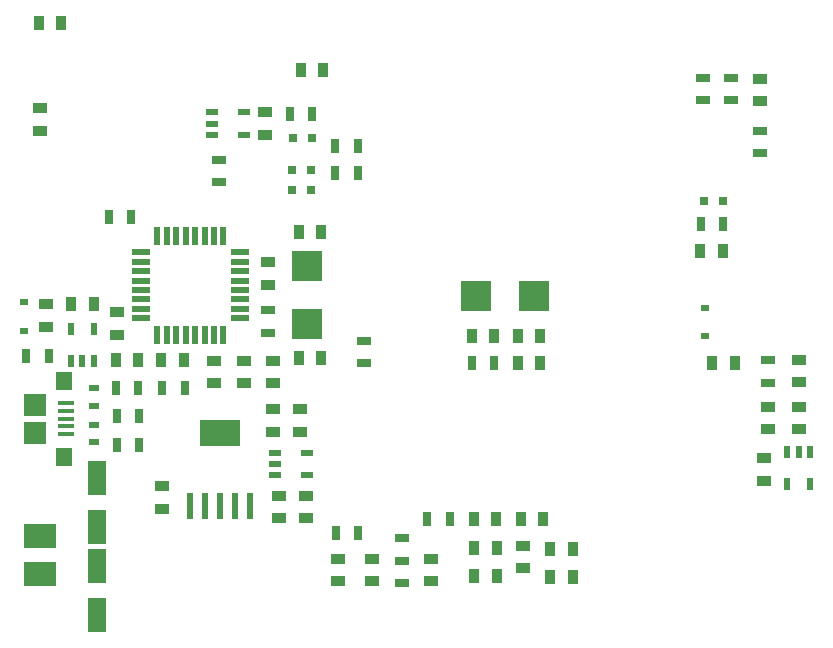
<source format=gtp>
G04*
G04 #@! TF.GenerationSoftware,Altium Limited,Altium Designer,22.5.1 (42)*
G04*
G04 Layer_Color=8421504*
%FSLAX44Y44*%
%MOMM*%
G71*
G04*
G04 #@! TF.SameCoordinates,34FB0FCD-49E4-40E2-9EDC-7902339FC661*
G04*
G04*
G04 #@! TF.FilePolarity,Positive*
G04*
G01*
G75*
%ADD15R,0.6858X0.5588*%
%ADD16R,1.9000X1.9000*%
%ADD17R,1.4000X1.6000*%
%ADD18R,1.3500X0.4000*%
%ADD19R,0.6000X2.2000*%
%ADD20R,3.5000X2.2000*%
%ADD21R,1.3000X0.9000*%
%ADD22R,1.5000X0.5500*%
%ADD23R,0.5500X1.5000*%
%ADD24R,1.0000X0.5500*%
%ADD25R,0.5500X1.0000*%
%ADD26R,2.7000X2.0000*%
%ADD27R,1.6000X3.0000*%
%ADD28R,0.8000X0.8000*%
%ADD29R,1.3000X0.7000*%
%ADD30R,0.7000X1.3000*%
%ADD31R,0.9000X0.6000*%
%ADD32R,2.5000X2.6000*%
%ADD33R,2.6000X2.5000*%
%ADD34R,0.9000X1.3000*%
D15*
X9000Y261616D02*
D03*
Y286000D02*
D03*
X586000Y256808D02*
D03*
Y281192D02*
D03*
D16*
X18250Y175000D02*
D03*
Y199000D02*
D03*
D17*
X42750Y155000D02*
D03*
Y219000D02*
D03*
D18*
X45000Y174000D02*
D03*
Y180500D02*
D03*
Y187000D02*
D03*
Y193500D02*
D03*
Y200000D02*
D03*
D19*
X149600Y113000D02*
D03*
X162300D02*
D03*
X175000D02*
D03*
X187700D02*
D03*
X200400D02*
D03*
D20*
X175000Y175000D02*
D03*
D21*
X275000Y68500D02*
D03*
Y49500D02*
D03*
X170000Y236000D02*
D03*
Y217000D02*
D03*
X215900Y300380D02*
D03*
Y319380D02*
D03*
X195000Y236000D02*
D03*
Y217000D02*
D03*
X220000Y195000D02*
D03*
Y176000D02*
D03*
Y236000D02*
D03*
Y217000D02*
D03*
X23000Y431000D02*
D03*
Y450000D02*
D03*
X632000Y475000D02*
D03*
Y456000D02*
D03*
X126000Y111000D02*
D03*
Y130000D02*
D03*
X225000Y103000D02*
D03*
Y122000D02*
D03*
X304000Y49500D02*
D03*
Y68500D02*
D03*
X354000Y49500D02*
D03*
Y68500D02*
D03*
X213000Y446500D02*
D03*
Y427500D02*
D03*
X636000Y134500D02*
D03*
Y153500D02*
D03*
X243000Y176000D02*
D03*
Y195000D02*
D03*
X639000Y197000D02*
D03*
Y178000D02*
D03*
X248000Y103000D02*
D03*
Y122000D02*
D03*
X432000Y79500D02*
D03*
Y60500D02*
D03*
X88000Y258000D02*
D03*
Y277000D02*
D03*
X665000Y197000D02*
D03*
Y178000D02*
D03*
X28000Y284000D02*
D03*
Y265000D02*
D03*
X665000Y218000D02*
D03*
Y237000D02*
D03*
D22*
X108000Y312000D02*
D03*
Y272000D02*
D03*
Y296000D02*
D03*
Y320000D02*
D03*
Y288000D02*
D03*
Y280000D02*
D03*
Y328000D02*
D03*
Y304000D02*
D03*
X192000Y328000D02*
D03*
Y320000D02*
D03*
Y312000D02*
D03*
Y304000D02*
D03*
Y296000D02*
D03*
Y288000D02*
D03*
Y280000D02*
D03*
Y272000D02*
D03*
D23*
X170000Y258000D02*
D03*
X122000D02*
D03*
X130000Y342000D02*
D03*
X138000Y258000D02*
D03*
X146000D02*
D03*
X162000D02*
D03*
X154000Y342000D02*
D03*
X138000D02*
D03*
X154000Y258000D02*
D03*
X146000Y342000D02*
D03*
X178000Y258000D02*
D03*
X130000D02*
D03*
X122000Y342000D02*
D03*
X170000D02*
D03*
X162000D02*
D03*
X178000D02*
D03*
D24*
X168500Y446500D02*
D03*
Y437000D02*
D03*
Y427500D02*
D03*
X195500Y446500D02*
D03*
Y427500D02*
D03*
X249000Y139000D02*
D03*
Y158000D02*
D03*
X222000Y139000D02*
D03*
Y148500D02*
D03*
Y158000D02*
D03*
D25*
X68000Y263000D02*
D03*
X49000D02*
D03*
X68000Y236000D02*
D03*
X58500D02*
D03*
X49000D02*
D03*
X674500Y158500D02*
D03*
X665000D02*
D03*
X655500D02*
D03*
X674500Y131500D02*
D03*
X655500D02*
D03*
D26*
X23000Y56000D02*
D03*
Y88000D02*
D03*
D27*
X71000Y95500D02*
D03*
Y136500D02*
D03*
Y21000D02*
D03*
Y62000D02*
D03*
D28*
X585000Y371000D02*
D03*
X601000D02*
D03*
X237000Y425000D02*
D03*
X253000D02*
D03*
X236000Y398000D02*
D03*
X252000D02*
D03*
X236000Y381000D02*
D03*
X252000D02*
D03*
D29*
X174000Y387500D02*
D03*
Y406500D02*
D03*
X215900Y259740D02*
D03*
Y278740D02*
D03*
X608000Y456500D02*
D03*
Y475500D02*
D03*
X584000Y456500D02*
D03*
Y475500D02*
D03*
X632000Y412000D02*
D03*
Y431000D02*
D03*
X297000Y234000D02*
D03*
Y253000D02*
D03*
X639000Y236500D02*
D03*
Y217500D02*
D03*
X329000Y86000D02*
D03*
Y67000D02*
D03*
Y67000D02*
D03*
Y48000D02*
D03*
D30*
X272500Y418000D02*
D03*
X291500D02*
D03*
X272500Y395000D02*
D03*
X291500D02*
D03*
X100000Y358000D02*
D03*
X81000D02*
D03*
X87000Y213000D02*
D03*
X106000D02*
D03*
X87500Y189000D02*
D03*
X106500D02*
D03*
X87500Y165000D02*
D03*
X106500D02*
D03*
X369500Y102000D02*
D03*
X350500D02*
D03*
X253000Y445000D02*
D03*
X234000D02*
D03*
X407000Y234000D02*
D03*
X388000D02*
D03*
X601000Y352000D02*
D03*
X582000D02*
D03*
X11000Y240000D02*
D03*
X30000D02*
D03*
X292000Y90000D02*
D03*
X273000D02*
D03*
X126000Y213000D02*
D03*
X145000D02*
D03*
D31*
X68000D02*
D03*
Y198000D02*
D03*
Y167000D02*
D03*
Y182000D02*
D03*
D32*
X440500Y291000D02*
D03*
X391500D02*
D03*
D33*
X248920Y267600D02*
D03*
Y316600D02*
D03*
D34*
X125500Y237000D02*
D03*
X144500D02*
D03*
X241960Y345440D02*
D03*
X260960D02*
D03*
X241960Y238760D02*
D03*
X260960D02*
D03*
X390500Y54000D02*
D03*
X409500D02*
D03*
X21500Y522000D02*
D03*
X40500D02*
D03*
X473500Y77000D02*
D03*
X454500D02*
D03*
X446000Y234000D02*
D03*
X427000D02*
D03*
X243500Y482000D02*
D03*
X262500D02*
D03*
X409500Y78000D02*
D03*
X390500D02*
D03*
X409000Y102000D02*
D03*
X390000D02*
D03*
X429500D02*
D03*
X448500D02*
D03*
X407000Y257000D02*
D03*
X388000D02*
D03*
X427000D02*
D03*
X446000D02*
D03*
X49000Y284000D02*
D03*
X68000D02*
D03*
X87000Y237000D02*
D03*
X106000D02*
D03*
X581500Y329000D02*
D03*
X600500D02*
D03*
X473500Y53000D02*
D03*
X454500D02*
D03*
X592000Y234000D02*
D03*
X611000D02*
D03*
M02*

</source>
